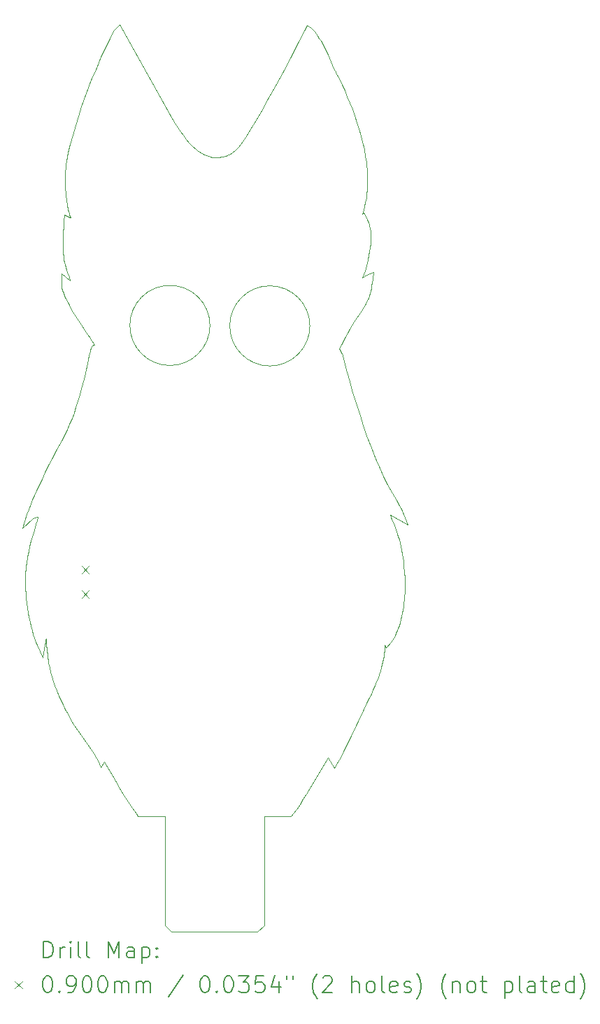
<source format=gbr>
%TF.GenerationSoftware,KiCad,Pcbnew,8.0.8*%
%TF.CreationDate,2025-01-21T00:02:26+01:00*%
%TF.ProjectId,cerberus,63657262-6572-4757-932e-6b696361645f,rev?*%
%TF.SameCoordinates,Original*%
%TF.FileFunction,Drillmap*%
%TF.FilePolarity,Positive*%
%FSLAX45Y45*%
G04 Gerber Fmt 4.5, Leading zero omitted, Abs format (unit mm)*
G04 Created by KiCad (PCBNEW 8.0.8) date 2025-01-21 00:02:26*
%MOMM*%
%LPD*%
G01*
G04 APERTURE LIST*
%ADD10C,0.000001*%
%ADD11C,0.050000*%
%ADD12C,0.200000*%
%ADD13C,0.100000*%
G04 APERTURE END LIST*
D10*
X6697727Y-6813741D02*
X6708936Y-6805598D01*
X8367460Y-7962910D02*
X8360344Y-8011356D01*
X6661892Y-6835608D02*
X6674216Y-6828772D01*
X8770827Y-12307639D02*
X8764816Y-12347933D01*
X8245540Y-10000224D02*
X8284009Y-10113761D01*
X4465570Y-12923365D02*
X4461117Y-12888586D01*
X8327248Y-13479396D02*
X8293400Y-13550890D01*
X6752454Y-6767549D02*
X6762578Y-6757152D01*
X8320961Y-7603172D02*
X8330901Y-7622587D01*
X8681589Y-11377018D02*
X8691236Y-11403250D01*
X5021019Y-14089627D02*
X5004224Y-14064455D01*
X8009764Y-14135465D02*
X7979433Y-14192061D01*
X6857474Y-6629739D02*
X6949993Y-6478442D01*
X8338081Y-8595783D02*
X8327488Y-8618805D01*
X8277677Y-6688497D02*
X8295531Y-6770385D01*
X4248829Y-12491883D02*
X4237638Y-12437409D01*
X4438187Y-12732067D02*
X4435078Y-12748394D01*
X7735166Y-5403090D02*
X7752762Y-5431807D01*
X7578445Y-5322397D02*
X7603878Y-5270588D01*
X6138912Y-6651388D02*
X6176277Y-6695134D01*
X4817138Y-8817592D02*
X4769168Y-8740354D01*
X4633544Y-10298097D02*
X4667356Y-10233895D01*
X4155769Y-11358316D02*
X4210182Y-11191317D01*
X8301924Y-8310351D02*
X8308456Y-8306644D01*
X6255495Y-6772066D02*
X6276239Y-6788621D01*
X6035710Y-6506899D02*
X6068636Y-6556614D01*
X8339723Y-7642589D02*
X8347465Y-7663140D01*
X4869590Y-13868874D02*
X4829187Y-13808150D01*
X4648494Y-13494528D02*
X4630194Y-13455960D01*
X8481648Y-10633756D02*
X8528453Y-10734351D01*
X8257129Y-6607127D02*
X8277677Y-6688497D01*
X4725035Y-8663185D02*
X4705075Y-8625031D01*
X4324675Y-11228970D02*
X4319200Y-11230701D01*
X6608539Y-6857817D02*
X6622508Y-6853087D01*
X8286548Y-7540653D02*
X8320961Y-7603172D01*
X8329199Y-8154019D02*
X8303372Y-8243852D01*
X4288822Y-12645725D02*
X4274470Y-12596431D01*
X4337237Y-11225632D02*
X4330683Y-11227272D01*
X7477107Y-14760076D02*
X7436943Y-14818449D01*
X6340741Y-6830546D02*
X6363002Y-6841669D01*
X4357674Y-10837792D02*
X4392235Y-10764540D01*
X4193636Y-12039709D02*
X4193187Y-11986774D01*
X4637017Y-8445052D02*
X4631623Y-8412349D01*
X4649647Y-7777212D02*
X4654137Y-7711761D01*
X4991317Y-9080458D02*
X4977406Y-9059048D01*
X8741047Y-11582542D02*
X8749878Y-11626144D01*
X4735066Y-7586256D02*
X4729030Y-7567422D01*
X7856441Y-14136667D02*
X7594430Y-14577470D01*
X4333309Y-11265915D02*
X4344351Y-11224076D01*
X7603878Y-5270588D02*
X7651306Y-5303069D01*
X4911371Y-9520394D02*
X4954825Y-9323834D01*
X8380748Y-10387853D02*
X8432312Y-10518755D01*
X6809154Y-6701320D02*
X6817731Y-6689590D01*
X4954825Y-9323834D02*
X4967170Y-9266214D01*
X4673479Y-7151770D02*
X4673437Y-7128628D01*
X4647938Y-7987730D02*
X4646116Y-7941833D01*
X4445000Y-12700000D02*
X4441491Y-12715932D01*
X4193187Y-11986774D02*
X4194369Y-11936175D01*
X5386509Y-14590888D02*
X5347708Y-14526882D01*
X4259069Y-11062689D02*
X4278136Y-11016761D01*
X7683609Y-5332699D02*
X7700485Y-5353119D01*
X4302336Y-11237448D02*
X4296731Y-11240362D01*
X4724491Y-8323024D02*
X4702954Y-8262435D01*
X4330683Y-11227272D02*
X4324675Y-11228970D01*
X8372427Y-7914526D02*
X8367460Y-7962910D01*
X8731432Y-12499549D02*
X8720710Y-12534581D01*
X8347465Y-7663140D02*
X8354165Y-7684202D01*
X6480039Y-6872195D02*
X6497835Y-6872921D01*
X4723129Y-7548027D02*
X4717437Y-7527975D01*
X4486796Y-13045963D02*
X4476152Y-12991168D01*
X4628743Y-8282474D02*
X4738423Y-8361813D01*
X8335401Y-7209210D02*
X8333781Y-7242297D01*
X5108734Y-14253027D02*
X5070053Y-14172359D01*
X4327257Y-10904273D02*
X4357674Y-10837792D01*
X4681341Y-7307220D02*
X4679422Y-7285373D01*
X8122679Y-6213512D02*
X8153045Y-6290230D01*
X8024535Y-5990200D02*
X8058193Y-6063379D01*
X6772418Y-6746459D02*
X6781986Y-6735500D01*
X4706970Y-7485514D02*
X4702342Y-7462914D01*
X4204232Y-12208171D02*
X4199211Y-12150842D01*
X4314242Y-11232439D02*
X4309788Y-11234160D01*
X4982932Y-9200863D02*
X4987766Y-9185051D01*
X4667356Y-10233895D02*
X4698962Y-10168203D01*
X8547508Y-12775247D02*
X8545583Y-12808538D01*
X6004249Y-6456504D02*
X6035710Y-6506899D01*
X8347964Y-8571677D02*
X8338081Y-8595783D01*
X4441491Y-12715932D02*
X4438187Y-12732067D01*
X8303372Y-8243852D02*
X8276390Y-8326619D01*
X4685455Y-6957854D02*
X4692609Y-6911994D01*
X4296731Y-11240362D02*
X4292859Y-11242700D01*
X4450442Y-12778963D02*
X4445000Y-12700000D01*
X7659168Y-5308945D02*
X7667181Y-5315876D01*
X8529549Y-12941607D02*
X8522724Y-12976221D01*
X8118222Y-9585228D02*
X8148052Y-9690994D01*
X8387410Y-8424587D02*
X8380784Y-8458528D01*
X7913317Y-5756500D02*
X7938259Y-5811534D01*
X6686157Y-6821474D02*
X6697727Y-6813741D01*
X4261123Y-12545020D02*
X4248829Y-12491883D01*
X5286005Y-5316706D02*
X5332482Y-5264795D01*
X4499416Y-13100423D02*
X4486796Y-13045963D01*
X4728442Y-10101436D02*
X4755877Y-10034007D01*
X8365677Y-8519037D02*
X8357156Y-8546193D01*
X8174708Y-8859863D02*
X8146650Y-8904655D01*
X4676375Y-7241591D02*
X4675248Y-7219491D01*
X4985957Y-14037650D02*
X4945681Y-13979471D01*
X8273318Y-7555833D02*
X8286548Y-7540653D01*
X4746489Y-8701680D02*
X4725035Y-8663185D01*
X4947688Y-9014207D02*
X4916042Y-8967082D01*
X8055630Y-9342863D02*
X8087779Y-9470606D01*
X4629592Y-8381122D02*
X4628743Y-8282474D01*
X6742039Y-6777622D02*
X6752454Y-6767549D01*
X6708936Y-6805598D02*
X6720289Y-6796676D01*
X6531885Y-6872080D02*
X6548161Y-6870566D01*
X8493143Y-13087685D02*
X8479757Y-13128294D01*
X4674388Y-7197173D02*
X4673797Y-7174609D01*
X4967170Y-9266214D02*
X4972713Y-9241532D01*
X4298741Y-11387795D02*
X4321943Y-11307021D01*
X7667181Y-5315876D02*
X7683609Y-5332699D01*
X8333464Y-7059510D02*
X8335381Y-7100953D01*
X8263187Y-8727960D02*
X8231813Y-8774337D01*
X4195661Y-12094543D02*
X4193636Y-12039709D01*
X7717706Y-5376722D02*
X7735166Y-5403090D01*
X6817731Y-6689590D02*
X6826085Y-6677741D01*
X6318861Y-6817943D02*
X6340741Y-6830546D01*
X4470562Y-12957510D02*
X4465570Y-12923365D01*
X5535216Y-14814434D02*
X5487420Y-14744824D01*
X4741165Y-7604624D02*
X4735066Y-7586256D01*
X4514254Y-13155188D02*
X4499416Y-13100423D01*
X4692609Y-6911994D02*
X4701314Y-6864087D01*
X4646116Y-7941833D02*
X4645731Y-7891768D01*
X4660440Y-7640222D02*
X4667266Y-7569774D01*
X4667266Y-7569774D02*
X4731134Y-7599792D01*
X6731320Y-6787340D02*
X6742039Y-6777622D01*
X4683778Y-8202451D02*
X4675310Y-8171486D01*
X4227597Y-12381987D02*
X4218478Y-12324178D01*
X4667372Y-13532399D02*
X4648494Y-13494528D01*
X7938940Y-14264699D02*
X7856441Y-14136667D01*
X8374934Y-7866509D02*
X8372427Y-7914526D01*
X4292859Y-11242700D02*
X4289869Y-11244836D01*
X8757879Y-12387367D02*
X8750008Y-12425845D01*
X8291253Y-8684311D02*
X8263187Y-8727960D01*
X8371330Y-7772794D02*
X8374672Y-7819163D01*
X7651306Y-5303069D02*
X7659168Y-5308945D01*
X4705075Y-8625031D02*
X4686875Y-8587380D01*
X8310751Y-7414963D02*
X8299299Y-7464596D01*
X5557948Y-14847935D02*
X5535216Y-14814434D01*
X4731134Y-7599792D02*
X4741165Y-7604624D01*
X7555320Y-14640253D02*
X7516389Y-14700899D01*
X4693024Y-8232608D02*
X4683778Y-8202451D01*
X4344351Y-11224076D02*
X4337237Y-11225632D01*
X8022864Y-9239927D02*
X8024625Y-9243411D01*
X8651168Y-11302267D02*
X8661474Y-11326623D01*
X4457149Y-12853024D02*
X4453609Y-12816532D01*
X6068636Y-6556614D02*
X6103034Y-6604996D01*
X6429883Y-8907130D02*
G75*
G02*
X5459883Y-8907130I-485000J0D01*
G01*
X5459883Y-8907130D02*
G75*
G02*
X6429883Y-8907130I485000J0D01*
G01*
X8016661Y-9139560D02*
X7992491Y-9188358D01*
X4319200Y-11230701D02*
X4314242Y-11232439D01*
X8682709Y-12631248D02*
X8668070Y-12660339D01*
X5254593Y-5361388D02*
X5271627Y-5335202D01*
X8572420Y-10822032D02*
X8613246Y-10898291D01*
X8783780Y-11901921D02*
X8786155Y-11949083D01*
X4461117Y-12888586D02*
X4457149Y-12853024D01*
X5028173Y-9139914D02*
X5016790Y-9120952D01*
X6563954Y-6868356D02*
X6579273Y-6865478D01*
X6674216Y-6828772D02*
X6686157Y-6821474D01*
X8181851Y-6367890D02*
X8208868Y-6446376D01*
X8087779Y-9470606D02*
X8118222Y-9585228D01*
X8446817Y-13216340D02*
X8426970Y-13264324D01*
X8340903Y-8107215D02*
X8329199Y-8154019D01*
X4683521Y-7329068D02*
X4681341Y-7307220D01*
X8696357Y-12600527D02*
X8682709Y-12631248D01*
X4729030Y-7567422D02*
X4723129Y-7548027D01*
X7413537Y-14848345D02*
X7085004Y-14848000D01*
X8054851Y-9339930D02*
X8055630Y-9342863D01*
X4337429Y-12777015D02*
X4328785Y-12757146D01*
X5004475Y-9101113D02*
X4991317Y-9080458D01*
X4755877Y-10034007D02*
X4781347Y-9966329D01*
X7700485Y-5353119D02*
X7717706Y-5376722D01*
X5213537Y-5434818D02*
X5254593Y-5361388D01*
X8308456Y-8306644D02*
X8315044Y-8303095D01*
X6432074Y-6865329D02*
X6455864Y-6869708D01*
X4404647Y-12926212D02*
X4337429Y-12777015D01*
X8731334Y-11539946D02*
X8741047Y-11582542D01*
X8426970Y-13264324D02*
X8404675Y-13315316D01*
X4203203Y-11818228D02*
X4207682Y-11781183D01*
X5052035Y-5787432D02*
X5110304Y-5651857D01*
X5016790Y-9120952D02*
X5004475Y-9101113D01*
X8129864Y-13893922D02*
X8046098Y-14064295D01*
X8542971Y-12841546D02*
X8539525Y-12874543D01*
X4977406Y-9059048D02*
X4947688Y-9014207D01*
X4574499Y-13327704D02*
X4551553Y-13268189D01*
X7992491Y-9188358D02*
X8012919Y-9222542D01*
X8393442Y-8387795D02*
X8387410Y-8424587D01*
X4673437Y-7128628D02*
X4673672Y-7105155D01*
X4575545Y-10404610D02*
X4633544Y-10298097D01*
X4263331Y-11512750D02*
X4298741Y-11387795D01*
X8330614Y-7018075D02*
X8333464Y-7059510D01*
X5271627Y-5335202D02*
X5286005Y-5316706D01*
X8764861Y-11171340D02*
X8772757Y-11190206D01*
X8776182Y-11808127D02*
X8783780Y-11901921D01*
X8373547Y-8489913D02*
X8365677Y-8519037D01*
X8024625Y-9243411D02*
X8054851Y-9339930D01*
X5110304Y-5651857D02*
X5164789Y-5532980D01*
X7770391Y-5462456D02*
X7787947Y-5494620D01*
X8464364Y-13171088D02*
X8446817Y-13216340D01*
X8691236Y-11403250D02*
X8700501Y-11430303D01*
X8479757Y-13128294D02*
X8464364Y-13171088D01*
X8331437Y-7274019D02*
X8328424Y-7304456D01*
X8234115Y-6526384D02*
X8257129Y-6607127D01*
X6622508Y-6853087D02*
X6636049Y-6847791D01*
X4997275Y-9162915D02*
X5006052Y-9148577D01*
X4474515Y-10597880D02*
X4522596Y-10504551D01*
X6455864Y-6869708D02*
X6480039Y-6872195D01*
X5487420Y-14744824D02*
X5437921Y-14670453D01*
X7955545Y-5848207D02*
X7990243Y-5918437D01*
X8613246Y-10898291D02*
X8684255Y-11022517D01*
X8558040Y-12811668D02*
X8547508Y-12775247D01*
X4676156Y-7042700D02*
X4679941Y-7001483D01*
X8741195Y-12463271D02*
X8731432Y-12499549D01*
X5004224Y-14064455D02*
X4985957Y-14037650D01*
X8630470Y-11254751D02*
X8651168Y-11302267D01*
X8756027Y-11152198D02*
X8764861Y-11171340D01*
X8354165Y-7684202D02*
X8359863Y-7705736D01*
X8788008Y-12043314D02*
X8787465Y-12090134D01*
X8210708Y-9894507D02*
X8245540Y-10000224D01*
X8764854Y-11715869D02*
X8770979Y-11761744D01*
X8635784Y-12713246D02*
X8618121Y-12736870D01*
X8764816Y-12347933D02*
X8757879Y-12387367D01*
X6791292Y-6724304D02*
X6800344Y-6712901D01*
X8284009Y-10113761D02*
X8327262Y-10239560D01*
X5859590Y-6201066D02*
X5945698Y-6356304D01*
X7938259Y-5811534D02*
X7948037Y-5832647D01*
X4661086Y-8105210D02*
X4655517Y-8068939D01*
X8528453Y-10734351D02*
X8572420Y-10822032D01*
X4686875Y-8587380D02*
X4670702Y-8550395D01*
X8178362Y-9792170D02*
X8210708Y-9894507D01*
X5070053Y-14172359D02*
X5065734Y-14163696D01*
X8327262Y-10239560D02*
X8380748Y-10387853D01*
X4994893Y-9167236D02*
X4997275Y-9162915D01*
X8720710Y-12534581D02*
X8709021Y-12568273D01*
X4237638Y-12437409D02*
X4227597Y-12381987D01*
X7495860Y-5488027D02*
X7578445Y-5322397D01*
X4972713Y-9241532D02*
X4977940Y-9219719D01*
X6800344Y-6712901D02*
X6809154Y-6701320D01*
X4706526Y-13605980D02*
X4686744Y-13569556D01*
X4196492Y-11895634D02*
X4199455Y-11856348D01*
X4305824Y-11235838D02*
X4302336Y-11237448D01*
X4846771Y-9765946D02*
X4882036Y-9638701D01*
X4992520Y-9172373D02*
X4994893Y-9167236D01*
X6515113Y-6872874D02*
X6531885Y-6872080D01*
X8360344Y-8011356D02*
X8351388Y-8059560D01*
X8380784Y-8458528D02*
X8373547Y-8489913D01*
X4679941Y-7001483D02*
X4685455Y-6957854D01*
X8410008Y-8258591D02*
X8398900Y-8347860D01*
X8326860Y-6976661D02*
X8330614Y-7018075D01*
X8231813Y-8774337D02*
X8203530Y-8815926D01*
X8012919Y-9222542D02*
X8019343Y-9233568D01*
X8019343Y-9233568D02*
X8022864Y-9239927D01*
X4685958Y-7350945D02*
X4683521Y-7329068D01*
X7594430Y-14577470D02*
X7555320Y-14640253D01*
X4711481Y-6814315D02*
X4735848Y-6709906D01*
X7639415Y-8912687D02*
G75*
G02*
X6669415Y-8912687I-485000J0D01*
G01*
X6669415Y-8912687D02*
G75*
G02*
X7639415Y-8912687I485000J0D01*
G01*
X4278136Y-11016761D02*
X4300805Y-10963943D01*
X4655517Y-8068939D02*
X4651104Y-8029939D01*
X5332482Y-5264795D02*
X5859590Y-6201066D01*
X8684255Y-11022517D02*
X8711643Y-11069645D01*
X6385643Y-6851228D02*
X6408667Y-6859142D01*
X4630194Y-13455960D02*
X4600632Y-13390081D01*
X7948037Y-5832647D02*
X7955545Y-5848207D01*
X8315044Y-8303095D02*
X8321689Y-8299711D01*
X4698215Y-7439271D02*
X4691592Y-7394890D01*
X8539525Y-12874543D02*
X8535101Y-12907806D01*
X4691592Y-7394890D02*
X4688649Y-7372876D01*
X4829187Y-13808150D02*
X4788099Y-13743998D01*
X4675310Y-8171486D02*
X4667715Y-8139232D01*
X8208868Y-6446376D02*
X8234115Y-6526384D01*
X8328424Y-7304456D02*
X8324794Y-7333689D01*
X4645506Y-8479068D02*
X4637017Y-8445052D01*
X8335381Y-7100953D02*
X8336255Y-7138618D01*
X8359863Y-7705736D02*
X8364597Y-7727705D01*
X4945681Y-13979471D02*
X4869590Y-13868874D01*
X4667715Y-8139232D02*
X4661086Y-8105210D01*
X4987766Y-9185051D02*
X4992520Y-9172373D01*
X4931964Y-6092607D02*
X4991937Y-5935688D01*
X8304094Y-8662775D02*
X8291253Y-8684311D01*
X8504668Y-13048986D02*
X8493143Y-13087685D01*
X8295531Y-6770385D02*
X8310459Y-6852682D01*
X6297361Y-6803940D02*
X6318861Y-6817943D01*
X8148052Y-9690994D02*
X8178362Y-9792170D01*
X4769168Y-8740354D02*
X4746489Y-8701680D01*
X8746272Y-11132619D02*
X8756027Y-11152198D01*
X5149271Y-14189818D02*
X5108734Y-14253027D01*
X4654137Y-7711761D02*
X4660440Y-7640222D01*
X6103034Y-6604996D02*
X6138912Y-6651388D01*
X8821977Y-11314794D02*
X8607937Y-11202891D01*
X8289037Y-8318211D02*
X8295451Y-8314209D01*
X8607937Y-11202891D02*
X8619068Y-11228717D01*
X8772757Y-11190206D02*
X8821977Y-11314794D01*
X8709021Y-12568273D02*
X8696357Y-12600527D01*
X8321689Y-8299711D02*
X8328389Y-8296500D01*
X4882036Y-9638701D02*
X4911371Y-9520394D01*
X4431122Y-10684556D02*
X4474515Y-10597880D01*
X7822427Y-5561829D02*
X7855371Y-5630100D01*
X8432312Y-10518755D02*
X8481648Y-10633756D01*
X5347708Y-14526882D02*
X5283979Y-14419291D01*
X4551553Y-13268189D02*
X4531552Y-13210897D01*
X8327488Y-8618805D02*
X8316165Y-8641038D01*
X7752762Y-5431807D02*
X7770391Y-5462456D01*
X6363002Y-6841669D02*
X6385643Y-6851228D01*
X5021695Y-9142415D02*
X5028173Y-9139914D01*
X4673672Y-7105155D02*
X4674188Y-7081322D01*
X4675248Y-7219491D02*
X4674388Y-7197173D01*
X8276390Y-8326619D02*
X8282683Y-8322350D01*
X5437921Y-14670453D02*
X5386509Y-14590888D01*
X8724063Y-11091504D02*
X8735612Y-11112441D01*
X4735848Y-6709906D02*
X4765000Y-6600228D01*
X8535101Y-12907806D02*
X8529549Y-12941607D01*
X8671641Y-11351508D02*
X8681589Y-11377018D01*
X7979433Y-14192061D02*
X7938940Y-14264699D01*
X8787465Y-12090134D02*
X8785929Y-12136591D01*
X8293400Y-13550890D02*
X8129864Y-13893922D01*
X8316165Y-8641038D02*
X8304094Y-8662775D01*
X8780106Y-12224857D02*
X8775921Y-12266582D01*
X8379787Y-13369589D02*
X8352157Y-13427418D01*
X4274470Y-12596431D02*
X4261123Y-12545020D01*
X7855371Y-5630100D02*
X7913317Y-5756500D01*
X8041396Y-9091297D02*
X8016661Y-9139560D01*
X4218616Y-11709960D02*
X4231824Y-11641960D01*
X8322230Y-6935282D02*
X8326860Y-6976661D01*
X6826085Y-6677741D02*
X6842166Y-6653803D01*
X4674188Y-7081322D02*
X4676156Y-7042700D01*
X8398900Y-8347860D02*
X8393442Y-8387795D01*
X6276239Y-6788621D02*
X6297361Y-6803940D01*
X7224404Y-6001387D02*
X7318164Y-5828939D01*
X4300805Y-10963943D02*
X4327257Y-10904273D01*
X4686744Y-13569556D02*
X4667372Y-13532399D01*
X8330901Y-7622587D02*
X8339723Y-7642589D01*
X8652431Y-12687704D02*
X8635784Y-12713246D01*
X8749878Y-11626144D02*
X8757817Y-11670628D01*
X4673797Y-7174609D02*
X4673479Y-7151770D01*
X4765000Y-6600228D02*
X4798227Y-6486739D01*
X4781347Y-9966329D02*
X4804932Y-9898818D01*
X8310459Y-6852682D02*
X8322230Y-6935282D01*
X8357156Y-8546193D02*
X8347964Y-8571677D01*
X4670702Y-8550395D02*
X4656824Y-8514237D01*
X4701314Y-6864087D02*
X4711481Y-6814315D01*
X7134041Y-6163043D02*
X7224404Y-6001387D01*
X4798227Y-6486739D02*
X4834820Y-6370901D01*
X5164789Y-5532980D02*
X5213537Y-5434818D01*
X8709302Y-11458272D02*
X8720749Y-11498481D01*
X6579273Y-6865478D02*
X6594132Y-6861956D01*
X4702342Y-7462914D02*
X4698215Y-7439271D01*
X4746990Y-13676561D02*
X4706526Y-13605980D01*
X8700501Y-11430303D02*
X8709302Y-11458272D01*
X8119323Y-8950247D02*
X8092693Y-8996587D01*
X8786155Y-11949083D02*
X8787568Y-11996255D01*
X6497835Y-6872921D02*
X6515113Y-6872874D01*
X4646876Y-7837054D02*
X4649647Y-7777212D01*
X8735612Y-11112441D02*
X8746272Y-11132619D01*
X8364597Y-7727705D02*
X8371330Y-7772794D01*
X7408874Y-5657347D02*
X7495860Y-5488027D01*
X8282683Y-8322350D02*
X8289037Y-8318211D01*
X8711643Y-11069645D02*
X8724063Y-11091504D01*
X6408667Y-6859142D02*
X6432074Y-6865329D01*
X4453609Y-12816532D02*
X4450442Y-12778963D01*
X4218478Y-12324178D02*
X4210672Y-12266095D01*
X8351388Y-8059560D02*
X8340903Y-8107215D01*
X4874068Y-6254174D02*
X4931964Y-6092607D01*
X6176277Y-6695134D02*
X6215136Y-6735578D01*
X8514480Y-13011923D02*
X8504668Y-13048986D01*
X4328785Y-12757146D02*
X4320350Y-12736407D01*
X8090984Y-6137856D02*
X8122679Y-6213512D01*
X8619068Y-11228717D02*
X8630470Y-11254751D01*
X6720289Y-6796676D02*
X6731320Y-6787340D01*
X4702954Y-8262435D02*
X4693024Y-8232608D01*
X4916042Y-8967082D02*
X4866808Y-8893600D01*
X6781986Y-6735500D02*
X6791292Y-6724304D01*
X6548161Y-6870566D02*
X6563954Y-6868356D01*
X4645731Y-7891768D02*
X4646876Y-7837054D01*
X4432157Y-12764900D02*
X4404647Y-12926212D01*
X7042376Y-6322469D02*
X7134041Y-6163043D01*
X8299299Y-7464596D02*
X8286678Y-7511338D01*
X4231017Y-11133712D02*
X4259069Y-11062689D01*
X5283979Y-14419291D02*
X5149271Y-14189818D01*
X7787947Y-5494620D02*
X7822427Y-5561829D01*
X4309788Y-11234160D02*
X4305824Y-11235838D01*
X8092693Y-8996587D02*
X8066729Y-9043622D01*
X7990243Y-5918437D02*
X8024535Y-5990200D01*
X4991937Y-5935688D02*
X5052035Y-5787432D01*
X4631623Y-8412349D02*
X4629592Y-8381122D01*
X4677766Y-7263501D02*
X4676375Y-7241591D01*
X4977940Y-9219719D02*
X4982932Y-9200863D01*
X5060856Y-14154533D02*
X5049505Y-14134748D01*
X7436943Y-14818449D02*
X7413537Y-14848345D01*
X4210672Y-12266095D02*
X4204232Y-12208171D01*
X4435078Y-12748394D02*
X4432157Y-12764900D01*
X7516389Y-14700899D02*
X7477107Y-14760076D01*
X8668070Y-12660339D02*
X8652431Y-12687704D01*
X8661474Y-11326623D02*
X8671641Y-11351508D01*
X4717437Y-7527975D02*
X4712026Y-7507169D01*
X8058193Y-6063379D02*
X8090984Y-6137856D01*
X8750008Y-12425845D02*
X8741195Y-12463271D01*
X6215136Y-6735578D02*
X6255495Y-6772066D01*
X4679422Y-7285373D02*
X4677766Y-7263501D01*
X4320350Y-12736407D02*
X4304132Y-12692514D01*
X5036169Y-14113085D02*
X5021019Y-14089627D01*
X8336255Y-7138618D02*
X8336244Y-7174677D01*
X8146650Y-8904655D02*
X8119323Y-8950247D01*
X6762578Y-6757152D02*
X6772418Y-6746459D01*
X4712026Y-7507169D02*
X4706970Y-7485514D01*
X5006052Y-9148577D02*
X5021695Y-9142415D01*
X4231824Y-11641960D02*
X4246873Y-11576463D01*
X8066729Y-9043622D02*
X8041396Y-9091297D01*
X8286678Y-7511338D02*
X8273318Y-7555833D01*
X5065734Y-14163696D02*
X5060856Y-14154533D01*
X5049505Y-14134748D02*
X5036169Y-14113085D01*
X4321943Y-11307021D02*
X4333309Y-11265915D01*
X8320603Y-7361798D02*
X8310751Y-7414963D01*
X4289869Y-11244836D02*
X4155769Y-11358316D01*
X8785929Y-12136591D02*
X8783391Y-12182561D01*
X8336244Y-7174677D02*
X8335401Y-7209210D01*
X4804932Y-9898818D02*
X4846771Y-9765946D01*
X8333781Y-7242297D02*
X8331437Y-7274019D01*
X4600632Y-13390081D02*
X4574499Y-13327704D01*
X8203530Y-8815926D02*
X8174708Y-8859863D01*
X4392235Y-10764540D02*
X4431122Y-10684556D01*
X8775921Y-12266582D02*
X8770827Y-12307639D01*
X8757817Y-11670628D02*
X8764854Y-11715869D01*
X8770979Y-11761744D02*
X8776182Y-11808127D01*
X4834820Y-6370901D02*
X4874068Y-6254174D01*
X8046098Y-14064295D02*
X8009764Y-14135465D01*
X4656824Y-8514237D02*
X4645506Y-8479068D01*
X6649173Y-6841956D02*
X6661892Y-6835608D01*
X4194369Y-11936175D02*
X4196492Y-11895634D01*
X6636049Y-6847791D02*
X6649173Y-6841956D01*
X4199455Y-11856348D02*
X4203203Y-11818228D01*
X8153045Y-6290230D02*
X8181851Y-6367890D01*
X8295451Y-8314209D02*
X8301924Y-8310351D01*
X4788099Y-13743998D02*
X4746990Y-13676561D01*
X6949993Y-6478442D02*
X7042376Y-6322469D01*
X8783391Y-12182561D02*
X8780106Y-12224857D01*
X4866808Y-8893600D02*
X4817138Y-8817592D01*
X6594132Y-6861956D02*
X6608539Y-6857817D01*
X6842166Y-6653803D02*
X6857474Y-6629739D01*
X5945698Y-6356304D02*
X6004249Y-6456504D01*
X4738423Y-8361813D02*
X4724491Y-8323024D01*
X8545583Y-12808538D02*
X8542971Y-12841546D01*
X4210182Y-11191317D02*
X4231017Y-11133712D01*
X4651104Y-8029939D02*
X4647938Y-7987730D01*
X4304132Y-12692514D02*
X4288822Y-12645725D01*
X4246873Y-11576463D02*
X4263331Y-11512750D01*
X7318164Y-5828939D02*
X7408874Y-5657347D01*
X4688649Y-7372876D02*
X4685958Y-7350945D01*
X4207682Y-11781183D02*
X4218616Y-11709960D01*
X4522596Y-10504551D02*
X4575545Y-10404610D01*
X4698962Y-10168203D02*
X4728442Y-10101436D01*
X8324794Y-7333689D02*
X8320603Y-7361798D01*
X8720749Y-11498481D02*
X8731334Y-11539946D01*
X4531552Y-13210897D02*
X4514254Y-13155188D01*
X8522724Y-12976221D02*
X8514480Y-13011923D01*
X8328389Y-8296500D02*
X8410008Y-8258591D01*
X8787568Y-11996255D02*
X8788008Y-12043314D01*
X8374672Y-7819163D02*
X8374934Y-7866509D01*
X4476152Y-12991168D02*
X4470562Y-12957510D01*
X8618121Y-12736870D02*
X8558040Y-12811668D01*
X8404675Y-13315316D02*
X8379787Y-13369589D01*
X8352157Y-13427418D02*
X8327248Y-13479396D01*
X4199211Y-12150842D02*
X4195661Y-12094543D01*
X5885004Y-14848000D02*
X5557948Y-14847935D01*
D11*
X5965004Y-16248000D02*
X7005004Y-16248000D01*
X7085004Y-16168000D02*
X7005004Y-16248000D01*
X5885004Y-16168000D02*
X5965004Y-16248000D01*
X7085004Y-16168000D02*
X7085004Y-14848000D01*
X5885004Y-16168000D02*
X5885004Y-14848000D01*
D12*
D13*
X4875000Y-11818000D02*
X4965000Y-11908000D01*
X4965000Y-11818000D02*
X4875000Y-11908000D01*
X4875000Y-12118000D02*
X4965000Y-12208000D01*
X4965000Y-12118000D02*
X4875000Y-12208000D01*
D12*
X4416546Y-16561984D02*
X4416546Y-16361984D01*
X4416546Y-16361984D02*
X4464165Y-16361984D01*
X4464165Y-16361984D02*
X4492737Y-16371508D01*
X4492737Y-16371508D02*
X4511784Y-16390555D01*
X4511784Y-16390555D02*
X4521308Y-16409603D01*
X4521308Y-16409603D02*
X4530832Y-16447698D01*
X4530832Y-16447698D02*
X4530832Y-16476269D01*
X4530832Y-16476269D02*
X4521308Y-16514365D01*
X4521308Y-16514365D02*
X4511784Y-16533412D01*
X4511784Y-16533412D02*
X4492737Y-16552460D01*
X4492737Y-16552460D02*
X4464165Y-16561984D01*
X4464165Y-16561984D02*
X4416546Y-16561984D01*
X4616546Y-16561984D02*
X4616546Y-16428650D01*
X4616546Y-16466746D02*
X4626070Y-16447698D01*
X4626070Y-16447698D02*
X4635594Y-16438174D01*
X4635594Y-16438174D02*
X4654641Y-16428650D01*
X4654641Y-16428650D02*
X4673689Y-16428650D01*
X4740356Y-16561984D02*
X4740356Y-16428650D01*
X4740356Y-16361984D02*
X4730832Y-16371508D01*
X4730832Y-16371508D02*
X4740356Y-16381031D01*
X4740356Y-16381031D02*
X4749880Y-16371508D01*
X4749880Y-16371508D02*
X4740356Y-16361984D01*
X4740356Y-16361984D02*
X4740356Y-16381031D01*
X4864165Y-16561984D02*
X4845118Y-16552460D01*
X4845118Y-16552460D02*
X4835594Y-16533412D01*
X4835594Y-16533412D02*
X4835594Y-16361984D01*
X4968927Y-16561984D02*
X4949880Y-16552460D01*
X4949880Y-16552460D02*
X4940356Y-16533412D01*
X4940356Y-16533412D02*
X4940356Y-16361984D01*
X5197499Y-16561984D02*
X5197499Y-16361984D01*
X5197499Y-16361984D02*
X5264165Y-16504841D01*
X5264165Y-16504841D02*
X5330832Y-16361984D01*
X5330832Y-16361984D02*
X5330832Y-16561984D01*
X5511784Y-16561984D02*
X5511784Y-16457222D01*
X5511784Y-16457222D02*
X5502261Y-16438174D01*
X5502261Y-16438174D02*
X5483213Y-16428650D01*
X5483213Y-16428650D02*
X5445118Y-16428650D01*
X5445118Y-16428650D02*
X5426070Y-16438174D01*
X5511784Y-16552460D02*
X5492737Y-16561984D01*
X5492737Y-16561984D02*
X5445118Y-16561984D01*
X5445118Y-16561984D02*
X5426070Y-16552460D01*
X5426070Y-16552460D02*
X5416546Y-16533412D01*
X5416546Y-16533412D02*
X5416546Y-16514365D01*
X5416546Y-16514365D02*
X5426070Y-16495317D01*
X5426070Y-16495317D02*
X5445118Y-16485793D01*
X5445118Y-16485793D02*
X5492737Y-16485793D01*
X5492737Y-16485793D02*
X5511784Y-16476269D01*
X5607022Y-16428650D02*
X5607022Y-16628650D01*
X5607022Y-16438174D02*
X5626070Y-16428650D01*
X5626070Y-16428650D02*
X5664165Y-16428650D01*
X5664165Y-16428650D02*
X5683213Y-16438174D01*
X5683213Y-16438174D02*
X5692737Y-16447698D01*
X5692737Y-16447698D02*
X5702260Y-16466746D01*
X5702260Y-16466746D02*
X5702260Y-16523888D01*
X5702260Y-16523888D02*
X5692737Y-16542936D01*
X5692737Y-16542936D02*
X5683213Y-16552460D01*
X5683213Y-16552460D02*
X5664165Y-16561984D01*
X5664165Y-16561984D02*
X5626070Y-16561984D01*
X5626070Y-16561984D02*
X5607022Y-16552460D01*
X5787975Y-16542936D02*
X5797499Y-16552460D01*
X5797499Y-16552460D02*
X5787975Y-16561984D01*
X5787975Y-16561984D02*
X5778451Y-16552460D01*
X5778451Y-16552460D02*
X5787975Y-16542936D01*
X5787975Y-16542936D02*
X5787975Y-16561984D01*
X5787975Y-16438174D02*
X5797499Y-16447698D01*
X5797499Y-16447698D02*
X5787975Y-16457222D01*
X5787975Y-16457222D02*
X5778451Y-16447698D01*
X5778451Y-16447698D02*
X5787975Y-16438174D01*
X5787975Y-16438174D02*
X5787975Y-16457222D01*
D13*
X4065769Y-16845500D02*
X4155769Y-16935500D01*
X4155769Y-16845500D02*
X4065769Y-16935500D01*
D12*
X4454641Y-16781984D02*
X4473689Y-16781984D01*
X4473689Y-16781984D02*
X4492737Y-16791508D01*
X4492737Y-16791508D02*
X4502261Y-16801031D01*
X4502261Y-16801031D02*
X4511784Y-16820079D01*
X4511784Y-16820079D02*
X4521308Y-16858174D01*
X4521308Y-16858174D02*
X4521308Y-16905793D01*
X4521308Y-16905793D02*
X4511784Y-16943889D01*
X4511784Y-16943889D02*
X4502261Y-16962936D01*
X4502261Y-16962936D02*
X4492737Y-16972460D01*
X4492737Y-16972460D02*
X4473689Y-16981984D01*
X4473689Y-16981984D02*
X4454641Y-16981984D01*
X4454641Y-16981984D02*
X4435594Y-16972460D01*
X4435594Y-16972460D02*
X4426070Y-16962936D01*
X4426070Y-16962936D02*
X4416546Y-16943889D01*
X4416546Y-16943889D02*
X4407022Y-16905793D01*
X4407022Y-16905793D02*
X4407022Y-16858174D01*
X4407022Y-16858174D02*
X4416546Y-16820079D01*
X4416546Y-16820079D02*
X4426070Y-16801031D01*
X4426070Y-16801031D02*
X4435594Y-16791508D01*
X4435594Y-16791508D02*
X4454641Y-16781984D01*
X4607022Y-16962936D02*
X4616546Y-16972460D01*
X4616546Y-16972460D02*
X4607022Y-16981984D01*
X4607022Y-16981984D02*
X4597499Y-16972460D01*
X4597499Y-16972460D02*
X4607022Y-16962936D01*
X4607022Y-16962936D02*
X4607022Y-16981984D01*
X4711784Y-16981984D02*
X4749880Y-16981984D01*
X4749880Y-16981984D02*
X4768927Y-16972460D01*
X4768927Y-16972460D02*
X4778451Y-16962936D01*
X4778451Y-16962936D02*
X4797499Y-16934365D01*
X4797499Y-16934365D02*
X4807022Y-16896270D01*
X4807022Y-16896270D02*
X4807022Y-16820079D01*
X4807022Y-16820079D02*
X4797499Y-16801031D01*
X4797499Y-16801031D02*
X4787975Y-16791508D01*
X4787975Y-16791508D02*
X4768927Y-16781984D01*
X4768927Y-16781984D02*
X4730832Y-16781984D01*
X4730832Y-16781984D02*
X4711784Y-16791508D01*
X4711784Y-16791508D02*
X4702261Y-16801031D01*
X4702261Y-16801031D02*
X4692737Y-16820079D01*
X4692737Y-16820079D02*
X4692737Y-16867698D01*
X4692737Y-16867698D02*
X4702261Y-16886746D01*
X4702261Y-16886746D02*
X4711784Y-16896270D01*
X4711784Y-16896270D02*
X4730832Y-16905793D01*
X4730832Y-16905793D02*
X4768927Y-16905793D01*
X4768927Y-16905793D02*
X4787975Y-16896270D01*
X4787975Y-16896270D02*
X4797499Y-16886746D01*
X4797499Y-16886746D02*
X4807022Y-16867698D01*
X4930832Y-16781984D02*
X4949880Y-16781984D01*
X4949880Y-16781984D02*
X4968927Y-16791508D01*
X4968927Y-16791508D02*
X4978451Y-16801031D01*
X4978451Y-16801031D02*
X4987975Y-16820079D01*
X4987975Y-16820079D02*
X4997499Y-16858174D01*
X4997499Y-16858174D02*
X4997499Y-16905793D01*
X4997499Y-16905793D02*
X4987975Y-16943889D01*
X4987975Y-16943889D02*
X4978451Y-16962936D01*
X4978451Y-16962936D02*
X4968927Y-16972460D01*
X4968927Y-16972460D02*
X4949880Y-16981984D01*
X4949880Y-16981984D02*
X4930832Y-16981984D01*
X4930832Y-16981984D02*
X4911784Y-16972460D01*
X4911784Y-16972460D02*
X4902261Y-16962936D01*
X4902261Y-16962936D02*
X4892737Y-16943889D01*
X4892737Y-16943889D02*
X4883213Y-16905793D01*
X4883213Y-16905793D02*
X4883213Y-16858174D01*
X4883213Y-16858174D02*
X4892737Y-16820079D01*
X4892737Y-16820079D02*
X4902261Y-16801031D01*
X4902261Y-16801031D02*
X4911784Y-16791508D01*
X4911784Y-16791508D02*
X4930832Y-16781984D01*
X5121308Y-16781984D02*
X5140356Y-16781984D01*
X5140356Y-16781984D02*
X5159403Y-16791508D01*
X5159403Y-16791508D02*
X5168927Y-16801031D01*
X5168927Y-16801031D02*
X5178451Y-16820079D01*
X5178451Y-16820079D02*
X5187975Y-16858174D01*
X5187975Y-16858174D02*
X5187975Y-16905793D01*
X5187975Y-16905793D02*
X5178451Y-16943889D01*
X5178451Y-16943889D02*
X5168927Y-16962936D01*
X5168927Y-16962936D02*
X5159403Y-16972460D01*
X5159403Y-16972460D02*
X5140356Y-16981984D01*
X5140356Y-16981984D02*
X5121308Y-16981984D01*
X5121308Y-16981984D02*
X5102261Y-16972460D01*
X5102261Y-16972460D02*
X5092737Y-16962936D01*
X5092737Y-16962936D02*
X5083213Y-16943889D01*
X5083213Y-16943889D02*
X5073689Y-16905793D01*
X5073689Y-16905793D02*
X5073689Y-16858174D01*
X5073689Y-16858174D02*
X5083213Y-16820079D01*
X5083213Y-16820079D02*
X5092737Y-16801031D01*
X5092737Y-16801031D02*
X5102261Y-16791508D01*
X5102261Y-16791508D02*
X5121308Y-16781984D01*
X5273689Y-16981984D02*
X5273689Y-16848650D01*
X5273689Y-16867698D02*
X5283213Y-16858174D01*
X5283213Y-16858174D02*
X5302261Y-16848650D01*
X5302261Y-16848650D02*
X5330832Y-16848650D01*
X5330832Y-16848650D02*
X5349880Y-16858174D01*
X5349880Y-16858174D02*
X5359403Y-16877222D01*
X5359403Y-16877222D02*
X5359403Y-16981984D01*
X5359403Y-16877222D02*
X5368927Y-16858174D01*
X5368927Y-16858174D02*
X5387975Y-16848650D01*
X5387975Y-16848650D02*
X5416546Y-16848650D01*
X5416546Y-16848650D02*
X5435594Y-16858174D01*
X5435594Y-16858174D02*
X5445118Y-16877222D01*
X5445118Y-16877222D02*
X5445118Y-16981984D01*
X5540356Y-16981984D02*
X5540356Y-16848650D01*
X5540356Y-16867698D02*
X5549880Y-16858174D01*
X5549880Y-16858174D02*
X5568927Y-16848650D01*
X5568927Y-16848650D02*
X5597499Y-16848650D01*
X5597499Y-16848650D02*
X5616546Y-16858174D01*
X5616546Y-16858174D02*
X5626070Y-16877222D01*
X5626070Y-16877222D02*
X5626070Y-16981984D01*
X5626070Y-16877222D02*
X5635594Y-16858174D01*
X5635594Y-16858174D02*
X5654641Y-16848650D01*
X5654641Y-16848650D02*
X5683213Y-16848650D01*
X5683213Y-16848650D02*
X5702261Y-16858174D01*
X5702261Y-16858174D02*
X5711784Y-16877222D01*
X5711784Y-16877222D02*
X5711784Y-16981984D01*
X6102261Y-16772460D02*
X5930832Y-17029603D01*
X6359403Y-16781984D02*
X6378451Y-16781984D01*
X6378451Y-16781984D02*
X6397499Y-16791508D01*
X6397499Y-16791508D02*
X6407023Y-16801031D01*
X6407023Y-16801031D02*
X6416546Y-16820079D01*
X6416546Y-16820079D02*
X6426070Y-16858174D01*
X6426070Y-16858174D02*
X6426070Y-16905793D01*
X6426070Y-16905793D02*
X6416546Y-16943889D01*
X6416546Y-16943889D02*
X6407023Y-16962936D01*
X6407023Y-16962936D02*
X6397499Y-16972460D01*
X6397499Y-16972460D02*
X6378451Y-16981984D01*
X6378451Y-16981984D02*
X6359403Y-16981984D01*
X6359403Y-16981984D02*
X6340356Y-16972460D01*
X6340356Y-16972460D02*
X6330832Y-16962936D01*
X6330832Y-16962936D02*
X6321308Y-16943889D01*
X6321308Y-16943889D02*
X6311784Y-16905793D01*
X6311784Y-16905793D02*
X6311784Y-16858174D01*
X6311784Y-16858174D02*
X6321308Y-16820079D01*
X6321308Y-16820079D02*
X6330832Y-16801031D01*
X6330832Y-16801031D02*
X6340356Y-16791508D01*
X6340356Y-16791508D02*
X6359403Y-16781984D01*
X6511784Y-16962936D02*
X6521308Y-16972460D01*
X6521308Y-16972460D02*
X6511784Y-16981984D01*
X6511784Y-16981984D02*
X6502261Y-16972460D01*
X6502261Y-16972460D02*
X6511784Y-16962936D01*
X6511784Y-16962936D02*
X6511784Y-16981984D01*
X6645118Y-16781984D02*
X6664165Y-16781984D01*
X6664165Y-16781984D02*
X6683213Y-16791508D01*
X6683213Y-16791508D02*
X6692737Y-16801031D01*
X6692737Y-16801031D02*
X6702261Y-16820079D01*
X6702261Y-16820079D02*
X6711784Y-16858174D01*
X6711784Y-16858174D02*
X6711784Y-16905793D01*
X6711784Y-16905793D02*
X6702261Y-16943889D01*
X6702261Y-16943889D02*
X6692737Y-16962936D01*
X6692737Y-16962936D02*
X6683213Y-16972460D01*
X6683213Y-16972460D02*
X6664165Y-16981984D01*
X6664165Y-16981984D02*
X6645118Y-16981984D01*
X6645118Y-16981984D02*
X6626070Y-16972460D01*
X6626070Y-16972460D02*
X6616546Y-16962936D01*
X6616546Y-16962936D02*
X6607023Y-16943889D01*
X6607023Y-16943889D02*
X6597499Y-16905793D01*
X6597499Y-16905793D02*
X6597499Y-16858174D01*
X6597499Y-16858174D02*
X6607023Y-16820079D01*
X6607023Y-16820079D02*
X6616546Y-16801031D01*
X6616546Y-16801031D02*
X6626070Y-16791508D01*
X6626070Y-16791508D02*
X6645118Y-16781984D01*
X6778451Y-16781984D02*
X6902261Y-16781984D01*
X6902261Y-16781984D02*
X6835594Y-16858174D01*
X6835594Y-16858174D02*
X6864165Y-16858174D01*
X6864165Y-16858174D02*
X6883213Y-16867698D01*
X6883213Y-16867698D02*
X6892737Y-16877222D01*
X6892737Y-16877222D02*
X6902261Y-16896270D01*
X6902261Y-16896270D02*
X6902261Y-16943889D01*
X6902261Y-16943889D02*
X6892737Y-16962936D01*
X6892737Y-16962936D02*
X6883213Y-16972460D01*
X6883213Y-16972460D02*
X6864165Y-16981984D01*
X6864165Y-16981984D02*
X6807023Y-16981984D01*
X6807023Y-16981984D02*
X6787975Y-16972460D01*
X6787975Y-16972460D02*
X6778451Y-16962936D01*
X7083213Y-16781984D02*
X6987975Y-16781984D01*
X6987975Y-16781984D02*
X6978451Y-16877222D01*
X6978451Y-16877222D02*
X6987975Y-16867698D01*
X6987975Y-16867698D02*
X7007023Y-16858174D01*
X7007023Y-16858174D02*
X7054642Y-16858174D01*
X7054642Y-16858174D02*
X7073689Y-16867698D01*
X7073689Y-16867698D02*
X7083213Y-16877222D01*
X7083213Y-16877222D02*
X7092737Y-16896270D01*
X7092737Y-16896270D02*
X7092737Y-16943889D01*
X7092737Y-16943889D02*
X7083213Y-16962936D01*
X7083213Y-16962936D02*
X7073689Y-16972460D01*
X7073689Y-16972460D02*
X7054642Y-16981984D01*
X7054642Y-16981984D02*
X7007023Y-16981984D01*
X7007023Y-16981984D02*
X6987975Y-16972460D01*
X6987975Y-16972460D02*
X6978451Y-16962936D01*
X7264165Y-16848650D02*
X7264165Y-16981984D01*
X7216546Y-16772460D02*
X7168927Y-16915317D01*
X7168927Y-16915317D02*
X7292737Y-16915317D01*
X7359404Y-16781984D02*
X7359404Y-16820079D01*
X7435594Y-16781984D02*
X7435594Y-16820079D01*
X7730832Y-17058174D02*
X7721308Y-17048650D01*
X7721308Y-17048650D02*
X7702261Y-17020079D01*
X7702261Y-17020079D02*
X7692737Y-17001031D01*
X7692737Y-17001031D02*
X7683213Y-16972460D01*
X7683213Y-16972460D02*
X7673689Y-16924841D01*
X7673689Y-16924841D02*
X7673689Y-16886746D01*
X7673689Y-16886746D02*
X7683213Y-16839127D01*
X7683213Y-16839127D02*
X7692737Y-16810555D01*
X7692737Y-16810555D02*
X7702261Y-16791508D01*
X7702261Y-16791508D02*
X7721308Y-16762936D01*
X7721308Y-16762936D02*
X7730832Y-16753412D01*
X7797499Y-16801031D02*
X7807023Y-16791508D01*
X7807023Y-16791508D02*
X7826070Y-16781984D01*
X7826070Y-16781984D02*
X7873689Y-16781984D01*
X7873689Y-16781984D02*
X7892737Y-16791508D01*
X7892737Y-16791508D02*
X7902261Y-16801031D01*
X7902261Y-16801031D02*
X7911785Y-16820079D01*
X7911785Y-16820079D02*
X7911785Y-16839127D01*
X7911785Y-16839127D02*
X7902261Y-16867698D01*
X7902261Y-16867698D02*
X7787975Y-16981984D01*
X7787975Y-16981984D02*
X7911785Y-16981984D01*
X8149880Y-16981984D02*
X8149880Y-16781984D01*
X8235594Y-16981984D02*
X8235594Y-16877222D01*
X8235594Y-16877222D02*
X8226070Y-16858174D01*
X8226070Y-16858174D02*
X8207023Y-16848650D01*
X8207023Y-16848650D02*
X8178451Y-16848650D01*
X8178451Y-16848650D02*
X8159404Y-16858174D01*
X8159404Y-16858174D02*
X8149880Y-16867698D01*
X8359404Y-16981984D02*
X8340356Y-16972460D01*
X8340356Y-16972460D02*
X8330832Y-16962936D01*
X8330832Y-16962936D02*
X8321308Y-16943889D01*
X8321308Y-16943889D02*
X8321308Y-16886746D01*
X8321308Y-16886746D02*
X8330832Y-16867698D01*
X8330832Y-16867698D02*
X8340356Y-16858174D01*
X8340356Y-16858174D02*
X8359404Y-16848650D01*
X8359404Y-16848650D02*
X8387975Y-16848650D01*
X8387975Y-16848650D02*
X8407023Y-16858174D01*
X8407023Y-16858174D02*
X8416547Y-16867698D01*
X8416547Y-16867698D02*
X8426070Y-16886746D01*
X8426070Y-16886746D02*
X8426070Y-16943889D01*
X8426070Y-16943889D02*
X8416547Y-16962936D01*
X8416547Y-16962936D02*
X8407023Y-16972460D01*
X8407023Y-16972460D02*
X8387975Y-16981984D01*
X8387975Y-16981984D02*
X8359404Y-16981984D01*
X8540356Y-16981984D02*
X8521309Y-16972460D01*
X8521309Y-16972460D02*
X8511785Y-16953412D01*
X8511785Y-16953412D02*
X8511785Y-16781984D01*
X8692737Y-16972460D02*
X8673690Y-16981984D01*
X8673690Y-16981984D02*
X8635594Y-16981984D01*
X8635594Y-16981984D02*
X8616547Y-16972460D01*
X8616547Y-16972460D02*
X8607023Y-16953412D01*
X8607023Y-16953412D02*
X8607023Y-16877222D01*
X8607023Y-16877222D02*
X8616547Y-16858174D01*
X8616547Y-16858174D02*
X8635594Y-16848650D01*
X8635594Y-16848650D02*
X8673690Y-16848650D01*
X8673690Y-16848650D02*
X8692737Y-16858174D01*
X8692737Y-16858174D02*
X8702261Y-16877222D01*
X8702261Y-16877222D02*
X8702261Y-16896270D01*
X8702261Y-16896270D02*
X8607023Y-16915317D01*
X8778451Y-16972460D02*
X8797499Y-16981984D01*
X8797499Y-16981984D02*
X8835594Y-16981984D01*
X8835594Y-16981984D02*
X8854642Y-16972460D01*
X8854642Y-16972460D02*
X8864166Y-16953412D01*
X8864166Y-16953412D02*
X8864166Y-16943889D01*
X8864166Y-16943889D02*
X8854642Y-16924841D01*
X8854642Y-16924841D02*
X8835594Y-16915317D01*
X8835594Y-16915317D02*
X8807023Y-16915317D01*
X8807023Y-16915317D02*
X8787975Y-16905793D01*
X8787975Y-16905793D02*
X8778451Y-16886746D01*
X8778451Y-16886746D02*
X8778451Y-16877222D01*
X8778451Y-16877222D02*
X8787975Y-16858174D01*
X8787975Y-16858174D02*
X8807023Y-16848650D01*
X8807023Y-16848650D02*
X8835594Y-16848650D01*
X8835594Y-16848650D02*
X8854642Y-16858174D01*
X8930832Y-17058174D02*
X8940356Y-17048650D01*
X8940356Y-17048650D02*
X8959404Y-17020079D01*
X8959404Y-17020079D02*
X8968928Y-17001031D01*
X8968928Y-17001031D02*
X8978451Y-16972460D01*
X8978451Y-16972460D02*
X8987975Y-16924841D01*
X8987975Y-16924841D02*
X8987975Y-16886746D01*
X8987975Y-16886746D02*
X8978451Y-16839127D01*
X8978451Y-16839127D02*
X8968928Y-16810555D01*
X8968928Y-16810555D02*
X8959404Y-16791508D01*
X8959404Y-16791508D02*
X8940356Y-16762936D01*
X8940356Y-16762936D02*
X8930832Y-16753412D01*
X9292737Y-17058174D02*
X9283213Y-17048650D01*
X9283213Y-17048650D02*
X9264166Y-17020079D01*
X9264166Y-17020079D02*
X9254642Y-17001031D01*
X9254642Y-17001031D02*
X9245118Y-16972460D01*
X9245118Y-16972460D02*
X9235594Y-16924841D01*
X9235594Y-16924841D02*
X9235594Y-16886746D01*
X9235594Y-16886746D02*
X9245118Y-16839127D01*
X9245118Y-16839127D02*
X9254642Y-16810555D01*
X9254642Y-16810555D02*
X9264166Y-16791508D01*
X9264166Y-16791508D02*
X9283213Y-16762936D01*
X9283213Y-16762936D02*
X9292737Y-16753412D01*
X9368928Y-16848650D02*
X9368928Y-16981984D01*
X9368928Y-16867698D02*
X9378451Y-16858174D01*
X9378451Y-16858174D02*
X9397499Y-16848650D01*
X9397499Y-16848650D02*
X9426071Y-16848650D01*
X9426071Y-16848650D02*
X9445118Y-16858174D01*
X9445118Y-16858174D02*
X9454642Y-16877222D01*
X9454642Y-16877222D02*
X9454642Y-16981984D01*
X9578451Y-16981984D02*
X9559404Y-16972460D01*
X9559404Y-16972460D02*
X9549880Y-16962936D01*
X9549880Y-16962936D02*
X9540356Y-16943889D01*
X9540356Y-16943889D02*
X9540356Y-16886746D01*
X9540356Y-16886746D02*
X9549880Y-16867698D01*
X9549880Y-16867698D02*
X9559404Y-16858174D01*
X9559404Y-16858174D02*
X9578451Y-16848650D01*
X9578451Y-16848650D02*
X9607023Y-16848650D01*
X9607023Y-16848650D02*
X9626071Y-16858174D01*
X9626071Y-16858174D02*
X9635594Y-16867698D01*
X9635594Y-16867698D02*
X9645118Y-16886746D01*
X9645118Y-16886746D02*
X9645118Y-16943889D01*
X9645118Y-16943889D02*
X9635594Y-16962936D01*
X9635594Y-16962936D02*
X9626071Y-16972460D01*
X9626071Y-16972460D02*
X9607023Y-16981984D01*
X9607023Y-16981984D02*
X9578451Y-16981984D01*
X9702261Y-16848650D02*
X9778451Y-16848650D01*
X9730832Y-16781984D02*
X9730832Y-16953412D01*
X9730832Y-16953412D02*
X9740356Y-16972460D01*
X9740356Y-16972460D02*
X9759404Y-16981984D01*
X9759404Y-16981984D02*
X9778451Y-16981984D01*
X9997499Y-16848650D02*
X9997499Y-17048650D01*
X9997499Y-16858174D02*
X10016547Y-16848650D01*
X10016547Y-16848650D02*
X10054642Y-16848650D01*
X10054642Y-16848650D02*
X10073690Y-16858174D01*
X10073690Y-16858174D02*
X10083213Y-16867698D01*
X10083213Y-16867698D02*
X10092737Y-16886746D01*
X10092737Y-16886746D02*
X10092737Y-16943889D01*
X10092737Y-16943889D02*
X10083213Y-16962936D01*
X10083213Y-16962936D02*
X10073690Y-16972460D01*
X10073690Y-16972460D02*
X10054642Y-16981984D01*
X10054642Y-16981984D02*
X10016547Y-16981984D01*
X10016547Y-16981984D02*
X9997499Y-16972460D01*
X10207023Y-16981984D02*
X10187975Y-16972460D01*
X10187975Y-16972460D02*
X10178452Y-16953412D01*
X10178452Y-16953412D02*
X10178452Y-16781984D01*
X10368928Y-16981984D02*
X10368928Y-16877222D01*
X10368928Y-16877222D02*
X10359404Y-16858174D01*
X10359404Y-16858174D02*
X10340356Y-16848650D01*
X10340356Y-16848650D02*
X10302261Y-16848650D01*
X10302261Y-16848650D02*
X10283213Y-16858174D01*
X10368928Y-16972460D02*
X10349880Y-16981984D01*
X10349880Y-16981984D02*
X10302261Y-16981984D01*
X10302261Y-16981984D02*
X10283213Y-16972460D01*
X10283213Y-16972460D02*
X10273690Y-16953412D01*
X10273690Y-16953412D02*
X10273690Y-16934365D01*
X10273690Y-16934365D02*
X10283213Y-16915317D01*
X10283213Y-16915317D02*
X10302261Y-16905793D01*
X10302261Y-16905793D02*
X10349880Y-16905793D01*
X10349880Y-16905793D02*
X10368928Y-16896270D01*
X10435594Y-16848650D02*
X10511785Y-16848650D01*
X10464166Y-16781984D02*
X10464166Y-16953412D01*
X10464166Y-16953412D02*
X10473690Y-16972460D01*
X10473690Y-16972460D02*
X10492737Y-16981984D01*
X10492737Y-16981984D02*
X10511785Y-16981984D01*
X10654642Y-16972460D02*
X10635594Y-16981984D01*
X10635594Y-16981984D02*
X10597499Y-16981984D01*
X10597499Y-16981984D02*
X10578452Y-16972460D01*
X10578452Y-16972460D02*
X10568928Y-16953412D01*
X10568928Y-16953412D02*
X10568928Y-16877222D01*
X10568928Y-16877222D02*
X10578452Y-16858174D01*
X10578452Y-16858174D02*
X10597499Y-16848650D01*
X10597499Y-16848650D02*
X10635594Y-16848650D01*
X10635594Y-16848650D02*
X10654642Y-16858174D01*
X10654642Y-16858174D02*
X10664166Y-16877222D01*
X10664166Y-16877222D02*
X10664166Y-16896270D01*
X10664166Y-16896270D02*
X10568928Y-16915317D01*
X10835594Y-16981984D02*
X10835594Y-16781984D01*
X10835594Y-16972460D02*
X10816547Y-16981984D01*
X10816547Y-16981984D02*
X10778452Y-16981984D01*
X10778452Y-16981984D02*
X10759404Y-16972460D01*
X10759404Y-16972460D02*
X10749880Y-16962936D01*
X10749880Y-16962936D02*
X10740356Y-16943889D01*
X10740356Y-16943889D02*
X10740356Y-16886746D01*
X10740356Y-16886746D02*
X10749880Y-16867698D01*
X10749880Y-16867698D02*
X10759404Y-16858174D01*
X10759404Y-16858174D02*
X10778452Y-16848650D01*
X10778452Y-16848650D02*
X10816547Y-16848650D01*
X10816547Y-16848650D02*
X10835594Y-16858174D01*
X10911785Y-17058174D02*
X10921309Y-17048650D01*
X10921309Y-17048650D02*
X10940356Y-17020079D01*
X10940356Y-17020079D02*
X10949880Y-17001031D01*
X10949880Y-17001031D02*
X10959404Y-16972460D01*
X10959404Y-16972460D02*
X10968928Y-16924841D01*
X10968928Y-16924841D02*
X10968928Y-16886746D01*
X10968928Y-16886746D02*
X10959404Y-16839127D01*
X10959404Y-16839127D02*
X10949880Y-16810555D01*
X10949880Y-16810555D02*
X10940356Y-16791508D01*
X10940356Y-16791508D02*
X10921309Y-16762936D01*
X10921309Y-16762936D02*
X10911785Y-16753412D01*
M02*

</source>
